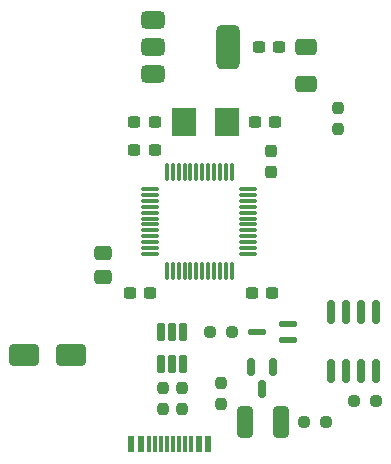
<source format=gbr>
%TF.GenerationSoftware,KiCad,Pcbnew,8.0.6*%
%TF.CreationDate,2024-12-19T11:27:53+03:00*%
%TF.ProjectId,Hall,48616c6c-2e6b-4696-9361-645f70636258,rev?*%
%TF.SameCoordinates,Original*%
%TF.FileFunction,Paste,Top*%
%TF.FilePolarity,Positive*%
%FSLAX46Y46*%
G04 Gerber Fmt 4.6, Leading zero omitted, Abs format (unit mm)*
G04 Created by KiCad (PCBNEW 8.0.6) date 2024-12-19 11:27:53*
%MOMM*%
%LPD*%
G01*
G04 APERTURE LIST*
G04 Aperture macros list*
%AMRoundRect*
0 Rectangle with rounded corners*
0 $1 Rounding radius*
0 $2 $3 $4 $5 $6 $7 $8 $9 X,Y pos of 4 corners*
0 Add a 4 corners polygon primitive as box body*
4,1,4,$2,$3,$4,$5,$6,$7,$8,$9,$2,$3,0*
0 Add four circle primitives for the rounded corners*
1,1,$1+$1,$2,$3*
1,1,$1+$1,$4,$5*
1,1,$1+$1,$6,$7*
1,1,$1+$1,$8,$9*
0 Add four rect primitives between the rounded corners*
20,1,$1+$1,$2,$3,$4,$5,0*
20,1,$1+$1,$4,$5,$6,$7,0*
20,1,$1+$1,$6,$7,$8,$9,0*
20,1,$1+$1,$8,$9,$2,$3,0*%
G04 Aperture macros list end*
%ADD10RoundRect,0.150000X-0.150000X0.587500X-0.150000X-0.587500X0.150000X-0.587500X0.150000X0.587500X0*%
%ADD11RoundRect,0.237500X-0.300000X-0.237500X0.300000X-0.237500X0.300000X0.237500X-0.300000X0.237500X0*%
%ADD12RoundRect,0.162500X0.162500X-0.617500X0.162500X0.617500X-0.162500X0.617500X-0.162500X-0.617500X0*%
%ADD13RoundRect,0.237500X0.300000X0.237500X-0.300000X0.237500X-0.300000X-0.237500X0.300000X-0.237500X0*%
%ADD14RoundRect,0.112500X0.637500X-0.112500X0.637500X0.112500X-0.637500X0.112500X-0.637500X-0.112500X0*%
%ADD15RoundRect,0.237500X-0.237500X0.300000X-0.237500X-0.300000X0.237500X-0.300000X0.237500X0.300000X0*%
%ADD16RoundRect,0.237500X-0.250000X-0.237500X0.250000X-0.237500X0.250000X0.237500X-0.250000X0.237500X0*%
%ADD17RoundRect,0.250000X0.475000X-0.337500X0.475000X0.337500X-0.475000X0.337500X-0.475000X-0.337500X0*%
%ADD18RoundRect,0.375000X-0.625000X-0.375000X0.625000X-0.375000X0.625000X0.375000X-0.625000X0.375000X0*%
%ADD19RoundRect,0.500000X-0.500000X-1.400000X0.500000X-1.400000X0.500000X1.400000X-0.500000X1.400000X0*%
%ADD20RoundRect,0.250000X1.000000X0.650000X-1.000000X0.650000X-1.000000X-0.650000X1.000000X-0.650000X0*%
%ADD21RoundRect,0.237500X0.237500X-0.250000X0.237500X0.250000X-0.237500X0.250000X-0.237500X-0.250000X0*%
%ADD22RoundRect,0.250000X0.650000X-0.412500X0.650000X0.412500X-0.650000X0.412500X-0.650000X-0.412500X0*%
%ADD23R,0.600000X1.450000*%
%ADD24R,0.300000X1.450000*%
%ADD25R,2.000000X2.400000*%
%ADD26RoundRect,0.250000X0.400000X1.075000X-0.400000X1.075000X-0.400000X-1.075000X0.400000X-1.075000X0*%
%ADD27RoundRect,0.075000X-0.075000X0.662500X-0.075000X-0.662500X0.075000X-0.662500X0.075000X0.662500X0*%
%ADD28RoundRect,0.075000X-0.662500X0.075000X-0.662500X-0.075000X0.662500X-0.075000X0.662500X0.075000X0*%
%ADD29RoundRect,0.150000X-0.150000X0.825000X-0.150000X-0.825000X0.150000X-0.825000X0.150000X0.825000X0*%
G04 APERTURE END LIST*
D10*
%TO.C,D1*%
X78740000Y-58724800D03*
X76840000Y-58724800D03*
X77790000Y-60599800D03*
%TD*%
D11*
%TO.C,C7*%
X77523000Y-31623000D03*
X79248000Y-31623000D03*
%TD*%
D12*
%TO.C,U3*%
X69220000Y-58453000D03*
X70170000Y-58453000D03*
X71120000Y-58453000D03*
X71120000Y-55753000D03*
X70170000Y-55753000D03*
X69220000Y-55753000D03*
%TD*%
D13*
%TO.C,C8*%
X68323800Y-52425600D03*
X66598800Y-52425600D03*
%TD*%
D14*
%TO.C,Q1*%
X80019200Y-56377600D03*
X80019200Y-55077600D03*
X77359200Y-55727600D03*
%TD*%
D13*
%TO.C,C2*%
X68707000Y-37973000D03*
X66982000Y-37973000D03*
%TD*%
D15*
%TO.C,C5*%
X78587600Y-40439000D03*
X78587600Y-42164000D03*
%TD*%
D16*
%TO.C,R5*%
X73407900Y-55727600D03*
X75232900Y-55727600D03*
%TD*%
D17*
%TO.C,C3*%
X64363600Y-51097000D03*
X64363600Y-49022000D03*
%TD*%
D18*
%TO.C,U2*%
X68605000Y-29323000D03*
X68605000Y-31623000D03*
D19*
X74905000Y-31623000D03*
D18*
X68605000Y-33923000D03*
%TD*%
D20*
%TO.C,D2*%
X61658000Y-57658000D03*
X57658000Y-57658000D03*
%TD*%
D21*
%TO.C,R1*%
X84277200Y-38557200D03*
X84277200Y-36732200D03*
%TD*%
D16*
%TO.C,R7*%
X85599900Y-61569600D03*
X87424900Y-61569600D03*
%TD*%
D22*
%TO.C,C9*%
X81534000Y-34748000D03*
X81534000Y-31623000D03*
%TD*%
D23*
%TO.C,J6*%
X66750000Y-65250000D03*
X67550000Y-65250000D03*
D24*
X68750000Y-65250000D03*
X69750000Y-65250000D03*
X70250000Y-65250000D03*
X71250000Y-65250000D03*
D23*
X72450000Y-65250000D03*
X73250000Y-65250000D03*
X73250000Y-65250000D03*
X72450000Y-65250000D03*
D24*
X71750000Y-65250000D03*
X70750000Y-65250000D03*
X69250000Y-65250000D03*
X68250000Y-65250000D03*
D23*
X67550000Y-65250000D03*
X66750000Y-65250000D03*
%TD*%
D21*
%TO.C,R4*%
X69392800Y-62280800D03*
X69392800Y-60455800D03*
%TD*%
D25*
%TO.C,Y1*%
X74875000Y-37973000D03*
X71175000Y-37973000D03*
%TD*%
D13*
%TO.C,C6*%
X78687000Y-52425600D03*
X76962000Y-52425600D03*
%TD*%
D11*
%TO.C,C1*%
X77216000Y-37973000D03*
X78941000Y-37973000D03*
%TD*%
D21*
%TO.C,R3*%
X71018400Y-62280800D03*
X71018400Y-60455800D03*
%TD*%
D16*
%TO.C,R8*%
X81385400Y-63347600D03*
X83210400Y-63347600D03*
%TD*%
D26*
%TO.C,R6*%
X79451200Y-63347600D03*
X76351200Y-63347600D03*
%TD*%
D27*
%TO.C,U1*%
X75241600Y-42217900D03*
X74741600Y-42217900D03*
X74241600Y-42217900D03*
X73741600Y-42217900D03*
X73241600Y-42217900D03*
X72741600Y-42217900D03*
X72241600Y-42217900D03*
X71741600Y-42217900D03*
X71241600Y-42217900D03*
X70741600Y-42217900D03*
X70241600Y-42217900D03*
X69741600Y-42217900D03*
D28*
X68329100Y-43630400D03*
X68329100Y-44130400D03*
X68329100Y-44630400D03*
X68329100Y-45130400D03*
X68329100Y-45630400D03*
X68329100Y-46130400D03*
X68329100Y-46630400D03*
X68329100Y-47130400D03*
X68329100Y-47630400D03*
X68329100Y-48130400D03*
X68329100Y-48630400D03*
X68329100Y-49130400D03*
D27*
X69741600Y-50542900D03*
X70241600Y-50542900D03*
X70741600Y-50542900D03*
X71241600Y-50542900D03*
X71741600Y-50542900D03*
X72241600Y-50542900D03*
X72741600Y-50542900D03*
X73241600Y-50542900D03*
X73741600Y-50542900D03*
X74241600Y-50542900D03*
X74741600Y-50542900D03*
X75241600Y-50542900D03*
D28*
X76654100Y-49130400D03*
X76654100Y-48630400D03*
X76654100Y-48130400D03*
X76654100Y-47630400D03*
X76654100Y-47130400D03*
X76654100Y-46630400D03*
X76654100Y-46130400D03*
X76654100Y-45630400D03*
X76654100Y-45130400D03*
X76654100Y-44630400D03*
X76654100Y-44130400D03*
X76654100Y-43630400D03*
%TD*%
D11*
%TO.C,C4*%
X67007400Y-40335200D03*
X68732400Y-40335200D03*
%TD*%
D21*
%TO.C,R9*%
X74371200Y-61870600D03*
X74371200Y-60045600D03*
%TD*%
D29*
%TO.C,U4*%
X87426800Y-54079600D03*
X86156800Y-54079600D03*
X84886800Y-54079600D03*
X83616800Y-54079600D03*
X83616800Y-59029600D03*
X84886800Y-59029600D03*
X86156800Y-59029600D03*
X87426800Y-59029600D03*
%TD*%
M02*

</source>
